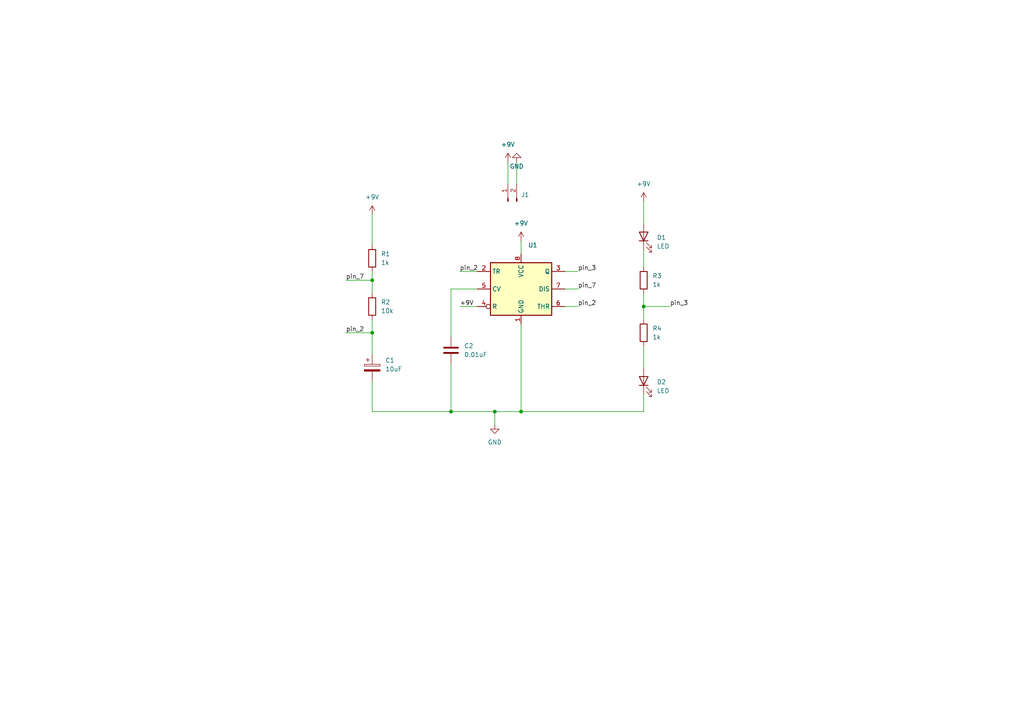
<source format=kicad_sch>
(kicad_sch (version 20211123) (generator eeschema)
  (paper "A4")
  (lib_symbols
    (symbol "Connector:Conn_01x02_Male" (pin_names (offset 1.016) hide)
      (property "Reference" "J" (at 0 2.54 0))
      (property "Value" "Conn_01x02_Male" (at 0 -5.08 0))
      (symbol "Conn_01x02_Male_1_1"
        (polyline (pts (xy 1.27 -2.54) (xy 0.8636 -2.54)) (stroke (width 0.1524)))
        (polyline (pts (xy 1.27 0) (xy 0.8636 0)) (stroke (width 0.1524)))
        (rectangle (start 0.8636 -2.413) (end 0 -2.667) (stroke (width 0.1524)) (fill (type outline)))
        (rectangle (start 0.8636 0.127) (end 0 -0.127) (stroke (width 0.1524)) (fill (type outline)))
        (pin passive line (at 5.08 0 180) (length 3.81) (name "Pin_1") (number "1"))
        (pin passive line (at 5.08 -2.54 180) (length 3.81) (name "Pin_2") (number "2"))
      )
    )
    (symbol "Device:C" (pin_numbers hide) (pin_names (offset 0.254))
      (property "Reference" "C" (at 0.635 2.54 0))
      (property "Value" "C" (at 0.635 -2.54 0))
      (symbol "C_0_1"
        (polyline (pts (xy -2.032 -0.762) (xy 2.032 -0.762)) (stroke (width 0.508)))
        (polyline (pts (xy -2.032 0.762) (xy 2.032 0.762)) (stroke (width 0.508)))
      )
      (symbol "C_1_1"
        (pin passive line (at 0 3.81 270) (length 2.794) (name "~") (number "1"))
        (pin passive line (at 0 -3.81 90) (length 2.794) (name "~") (number "2"))
      )
    )
    (symbol "Device:C_Polarized" (pin_numbers hide) (pin_names (offset 0.254))
      (property "Reference" "C" (at 0.635 2.54 0))
      (property "Value" "C_Polarized" (at 0.635 -2.54 0))
      (symbol "C_Polarized_0_1"
        (rectangle (start -2.286 0.508) (end 2.286 1.016))
        (polyline (pts (xy -1.778 2.286) (xy -0.762 2.286)))
        (polyline (pts (xy -1.27 2.794) (xy -1.27 1.778)))
        (rectangle (start 2.286 -0.508) (end -2.286 -1.016) (fill (type outline)))
      )
      (symbol "C_Polarized_1_1"
        (pin passive line (at 0 3.81 270) (length 2.794) (name "~") (number "1"))
        (pin passive line (at 0 -3.81 90) (length 2.794) (name "~") (number "2"))
      )
    )
    (symbol "Device:LED" (pin_numbers hide) (pin_names (offset 1.016) hide)
      (property "Reference" "D" (at 0 2.54 0))
      (property "Value" "LED" (at 0 -2.54 0))
      (symbol "LED_0_1"
        (polyline (pts (xy -1.27 -1.27) (xy -1.27 1.27)) (stroke (width 0.254)))
        (polyline (pts (xy -1.27 0) (xy 1.27 0)))
        (polyline (pts (xy 1.27 -1.27) (xy 1.27 1.27) (xy -1.27 0) (xy 1.27 -1.27)) (stroke (width 0.254)))
        (polyline (pts (xy -3.048 -0.762) (xy -4.572 -2.286) (xy -3.81 -2.286) (xy -4.572 -2.286) (xy -4.572 -1.524)))
        (polyline (pts (xy -1.778 -0.762) (xy -3.302 -2.286) (xy -2.54 -2.286) (xy -3.302 -2.286) (xy -3.302 -1.524)))
      )
      (symbol "LED_1_1"
        (pin passive line (at -3.81 0 0) (length 2.54) (name "K") (number "1"))
        (pin passive line (at 3.81 0 180) (length 2.54) (name "A") (number "2"))
      )
    )
    (symbol "Device:R" (pin_numbers hide) (pin_names (offset 0))
      (property "Reference" "R" (at 2.032 0 90))
      (property "Value" "R" (at 0 0 90))
      (symbol "R_0_1"
        (rectangle (start -1.016 -2.54) (end 1.016 2.54) (stroke (width 0.254)))
      )
      (symbol "R_1_1"
        (pin passive line (at 0 3.81 270) (length 1.27) (name "~") (number "1"))
        (pin passive line (at 0 -3.81 90) (length 1.27) (name "~") (number "2"))
      )
    )
    (symbol "Timer:NE555D"
      (property "Reference" "U" (at -10.16 8.89 0))
      (property "Value" "NE555D" (at 2.54 8.89 0))
      (symbol "NE555D_0_0"
        (pin power_in line (at 0 -10.16 90) (length 2.54) (name "GND") (number "1"))
        (pin power_in line (at 0 10.16 270) (length 2.54) (name "VCC") (number "8"))
      )
      (symbol "NE555D_0_1"
        (rectangle (start -8.89 -7.62) (end 8.89 7.62) (stroke (width 0.254)) (fill (type background)))
        (rectangle (start -8.89 -7.62) (end 8.89 7.62) (stroke (width 0.254)) (fill (type background)))
      )
      (symbol "NE555D_1_1"
        (pin input line (at -12.7 5.08 0) (length 3.81) (name "TR") (number "2"))
        (pin output line (at 12.7 5.08 180) (length 3.81) (name "Q") (number "3"))
        (pin input inverted (at -12.7 -5.08 0) (length 3.81) (name "R") (number "4"))
        (pin input line (at -12.7 0 0) (length 3.81) (name "CV") (number "5"))
        (pin input line (at 12.7 -5.08 180) (length 3.81) (name "THR") (number "6"))
        (pin input line (at 12.7 0 180) (length 3.81) (name "DIS") (number "7"))
      )
    )
    (symbol "power:+9V" (power) (pin_names (offset 0))
      (property "Value" "+9V" (at 0 3.556 0))
      (symbol "+9V_0_1"
        (polyline (pts (xy -0.762 1.27) (xy 0 2.54)))
        (polyline (pts (xy 0 0) (xy 0 2.54)))
        (polyline (pts (xy 0 2.54) (xy 0.762 1.27)))
      )
      (symbol "+9V_1_1"
        (pin power_in line (at 0 0 90) (length 0) hide (name "+9V") (number "1"))
      )
    )
    (symbol "power:GND" (power) (pin_names (offset 0))
      (property "Value" "GND" (at 0 -3.81 0))
      (symbol "GND_0_1"
        (polyline (pts (xy 0 0) (xy 0 -1.27) (xy 1.27 -1.27) (xy 0 -2.54) (xy -1.27 -1.27) (xy 0 -1.27)))
      )
      (symbol "GND_1_1"
        (pin power_in line (at 0 0 270) (length 0) hide (name "GND") (number "1"))
      )
    )
  )
  (junction (at 130.81 119.38))
  (junction (at 107.95 81.28))
  (junction (at 143.51 119.38))
  (junction (at 186.69 88.9))
  (junction (at 151.13 119.38))
  (junction (at 107.95 96.52))
  (wire (pts (xy 107.95 119.38) (xy 130.81 119.38)))
  (wire (pts (xy 107.95 110.49) (xy 107.95 119.38)))
  (wire (pts (xy 133.35 88.9) (xy 138.43 88.9)))
  (wire (pts (xy 186.69 85.09) (xy 186.69 88.9)))
  (wire (pts (xy 107.95 78.74) (xy 107.95 81.28)))
  (wire (pts (xy 138.43 83.82) (xy 130.81 83.82)))
  (wire (pts (xy 147.32 46.99) (xy 147.32 53.34)))
  (wire (pts (xy 163.83 83.82) (xy 167.64 83.82)))
  (wire (pts (xy 186.69 100.33) (xy 186.69 106.68)))
  (wire (pts (xy 107.95 96.52) (xy 107.95 102.87)))
  (wire (pts (xy 143.51 119.38) (xy 151.13 119.38)))
  (wire (pts (xy 163.83 78.74) (xy 167.64 78.74)))
  (wire (pts (xy 130.81 119.38) (xy 143.51 119.38)))
  (wire (pts (xy 107.95 92.71) (xy 107.95 96.52)))
  (wire (pts (xy 107.95 62.23) (xy 107.95 71.12)))
  (wire (pts (xy 133.35 78.74) (xy 138.43 78.74)))
  (wire (pts (xy 107.95 81.28) (xy 107.95 85.09)))
  (wire (pts (xy 149.86 46.99) (xy 149.86 53.34)))
  (wire (pts (xy 143.51 123.19) (xy 143.51 119.38)))
  (wire (pts (xy 186.69 72.39) (xy 186.69 77.47)))
  (wire (pts (xy 130.81 105.41) (xy 130.81 119.38)))
  (wire (pts (xy 130.81 83.82) (xy 130.81 97.79)))
  (wire (pts (xy 163.83 88.9) (xy 167.64 88.9)))
  (wire (pts (xy 151.13 119.38) (xy 186.69 119.38)))
  (wire (pts (xy 186.69 58.42) (xy 186.69 64.77)))
  (wire (pts (xy 186.69 88.9) (xy 194.31 88.9)))
  (wire (pts (xy 186.69 88.9) (xy 186.69 92.71)))
  (wire (pts (xy 100.33 96.52) (xy 107.95 96.52)))
  (wire (pts (xy 100.33 81.28) (xy 107.95 81.28)))
  (wire (pts (xy 186.69 119.38) (xy 186.69 114.3)))
  (wire (pts (xy 151.13 69.85) (xy 151.13 73.66)))
  (wire (pts (xy 151.13 93.98) (xy 151.13 119.38)))
  (label "+9V" (at 133.35 88.9 0))
  (label "pin_3" (at 194.31 88.9 0))
  (label "pin_2" (at 133.35 78.74 0))
  (label "pin_3" (at 167.64 78.74 0))
  (label "pin_2" (at 167.64 88.9 0))
  (label "pin_7" (at 100.33 81.28 0))
  (label "pin_2" (at 100.33 96.52 0))
  (label "pin_7" (at 167.64 83.82 0))
  (symbol (lib_id "Device:R") (at 186.69 81.28 0) (unit 1)
    (property "Reference" "R3" (at 189.23 80.0099 0) (effects (justify left)))
    (property "Value" "1k" (at 189.23 82.5499 0) (effects (justify left)))
  )
  (symbol (lib_id "power:GND") (at 143.51 123.19 0) (unit 1)
    (property "Reference" "#PWR06" (effects hide))
    (property "Value" "GND" (at 143.51 128.27 0))
  )
  (symbol (lib_id "Device:R") (at 107.95 88.9 0) (unit 1)
    (property "Reference" "R2" (at 110.49 87.6299 0) (effects (justify left)))
    (property "Value" "10k" (at 110.49 90.1699 0) (effects (justify left)))
  )
  (symbol (lib_id "Timer:NE555D") (at 151.13 83.82 0) (unit 1)
    (property "Reference" "U1" (at 153.1494 71.12 0) (effects (justify left)))
    (property "Value" "NE555D" (effects hide))
    (property "Footprint" "Package_SO:SOIC-8_3.9x4.9mm_P1.27mm" (effects hide))
    (property "Datasheet" "http://www.ti.com/lit/ds/symlink/ne555.pdf" (effects hide))
  )
  (symbol (lib_id "power:+9V") (at 147.32 46.99 0) (unit 1)
    (property "Reference" "#PWR01" (effects hide))
    (property "Value" "+9V" (at 147.32 41.91 0))
  )
  (symbol (lib_id "power:+9V") (at 107.95 62.23 0) (unit 1)
    (property "Reference" "#PWR04" (effects hide))
    (property "Value" "+9V" (at 107.95 57.15 0))
  )
  (symbol (lib_id "power:+9V") (at 186.69 58.42 0) (unit 1)
    (property "Reference" "#PWR03" (effects hide))
    (property "Value" "+9V" (at 186.69 53.34 0))
  )
  (symbol (lib_id "Device:LED") (at 186.69 110.49 90) (unit 1)
    (property "Reference" "D2" (at 190.5 110.8074 90) (effects (justify right)))
    (property "Value" "LED" (at 190.5 113.3474 90) (effects (justify right)))
  )
  (symbol (lib_id "power:+9V") (at 151.13 69.85 0) (unit 1)
    (property "Reference" "#PWR05" (effects hide))
    (property "Value" "+9V" (at 151.13 64.77 0))
  )
  (symbol (lib_id "Device:R") (at 186.69 96.52 0) (unit 1)
    (property "Reference" "R4" (at 189.23 95.2499 0) (effects (justify left)))
    (property "Value" "1k" (at 189.23 97.7899 0) (effects (justify left)))
  )
  (symbol (lib_id "Device:C_Polarized") (at 107.95 106.68 0) (unit 1)
    (property "Reference" "C1" (at 111.76 104.5209 0) (effects (justify left)))
    (property "Value" "10uF" (at 111.76 107.0609 0) (effects (justify left)))
  )
  (symbol (lib_id "Device:C") (at 130.81 101.6 0) (unit 1)
    (property "Reference" "C2" (at 134.62 100.3299 0) (effects (justify left)))
    (property "Value" "0.01uF" (at 134.62 102.8699 0) (effects (justify left)))
  )
  (symbol (lib_id "Device:R") (at 107.95 74.93 0) (unit 1)
    (property "Reference" "R1" (at 110.49 73.6599 0) (effects (justify left)))
    (property "Value" "1k" (at 110.49 76.1999 0) (effects (justify left)))
  )
  (symbol (lib_id "power:GND") (at 149.86 46.99 180) (unit 1)
    (property "Reference" "#PWR02" (effects hide))
    (property "Value" "GND" (at 149.86 48.26 0))
  )
  (symbol (lib_id "Connector:Conn_01x02_Male") (at 147.32 58.42 90) (unit 1)
    (property "Reference" "J1" (at 151.13 56.5149 90) (effects (justify right)))
    (property "Value" "Conn_01x02_Male" (effects hide))
  )
  (symbol (lib_id "Device:LED") (at 186.69 68.58 90) (unit 1)
    (property "Reference" "D1" (at 190.5 68.8974 90) (effects (justify right)))
    (property "Value" "LED" (at 190.5 71.4374 90) (effects (justify right)))
  )
)
</source>
